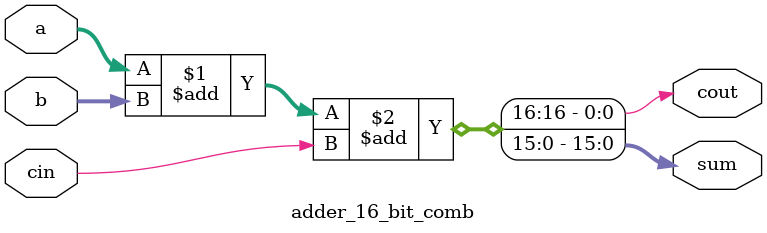
<source format=v>
module serial_multiplier (
    a,b,out
);
input [7:0] a,b;
output  [15:0] out;
// input clk , rst;


wire [15:0] bit_0_mux ;
wire [15:0] bit_1_mux ;
wire [15:0] bit_2_mux ;
wire [15:0] bit_3_mux ;
wire [15:0] bit_4_mux ;
wire [15:0] bit_5_mux ;
wire [15:0] bit_6_mux ;
wire [15:0] bit_7_mux ;

wire [15:0] bit_0_1_sum;
wire [15:0] bit_1_2_sum;
wire [15:0] bit_2_3_sum;
wire [15:0] bit_3_4_sum;
wire [15:0] bit_4_5_sum;
wire [15:0] bit_5_6_sum;
wire [15:0] bit_6_7_sum;

wire cin,cout;
assign cin=0;


assign bit_0_mux=(a[0])?b:0;
assign bit_1_mux=(a[1])?{b,1'b0}:0;
assign bit_2_mux=(a[2])?{b,2'b0}:0;
assign bit_3_mux=(a[3])?{b,3'b0}:0;
assign bit_4_mux=(a[4])?{b,4'b0}:0;
assign bit_5_mux=(a[5])?{b,5'b0}:0;
assign bit_6_mux=(a[6])?{b,6'b0}:0;
assign bit_7_mux=(a[7])?{b,7'b0}:0;

adder_16_bit_comb u0(bit_0_mux,bit_1_mux,cin,cout,bit_0_1_sum);
adder_16_bit_comb u1(bit_0_1_sum,bit_2_mux,cin,cout,bit_1_2_sum);
adder_16_bit_comb u2(bit_1_2_sum,bit_3_mux,cin,cout,bit_2_3_sum);
adder_16_bit_comb u3(bit_2_3_sum,bit_4_mux,cin,cout,bit_3_4_sum);
adder_16_bit_comb u4(bit_3_4_sum,bit_5_mux,cin,cout,bit_4_5_sum);
adder_16_bit_comb u5(bit_4_5_sum,bit_6_mux,cin,cout,bit_6_7_sum);
adder_16_bit_comb u6(bit_6_7_sum,bit_7_mux,cin,cout,out);



// assign bit_0_1_sum=bit_0_mux+bit_1_mux;
// assign bit_1_2_sum=bit_0_1_sum+bit_2_mux;
// assign bit_2_3_sum=bit_1_2_sum+bit_3_mux;
// assign bit_3_4_sum=bit_2_3_sum+bit_4_mux;
// assign bit_4_5_sum=bit_3_4_sum+bit_5_mux;
// assign bit_6_7_sum=bit_4_5_sum+bit_6_mux;

// assign out= bit_6_7_sum+bit_7_mux;


endmodule //serial_multiplier

module adder_16_bit_comb(
a,b,cin,cout,sum
);

input [15:0] a,b;
input cin;
output  cout;
output [15:0] sum;

assign {cout,sum}=a+b+cin;


endmodule
</source>
